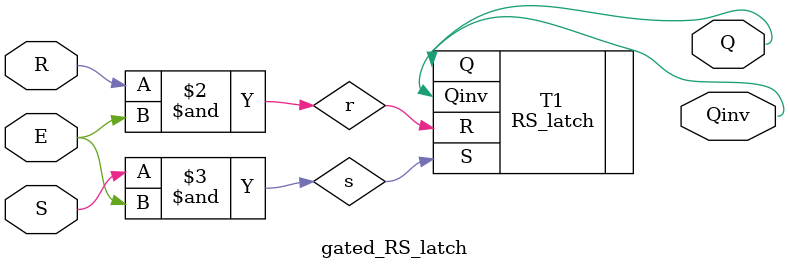
<source format=v>
`timescale 1ns / 1ps
module gated_RS_latch(
    input R,
    input S,
    input E,
    output Q,
    output Qinv
    );
	
	reg r, s;
	
	always @(E or R or S)
		begin
			r = R & E;
			s = S & E;
		end
	RS_latch T1(.R(r), .S(s), .Q(Q), .Qinv(Qinv));
	
endmodule


























































































































































































































































































































































































































































































































































































































































</source>
